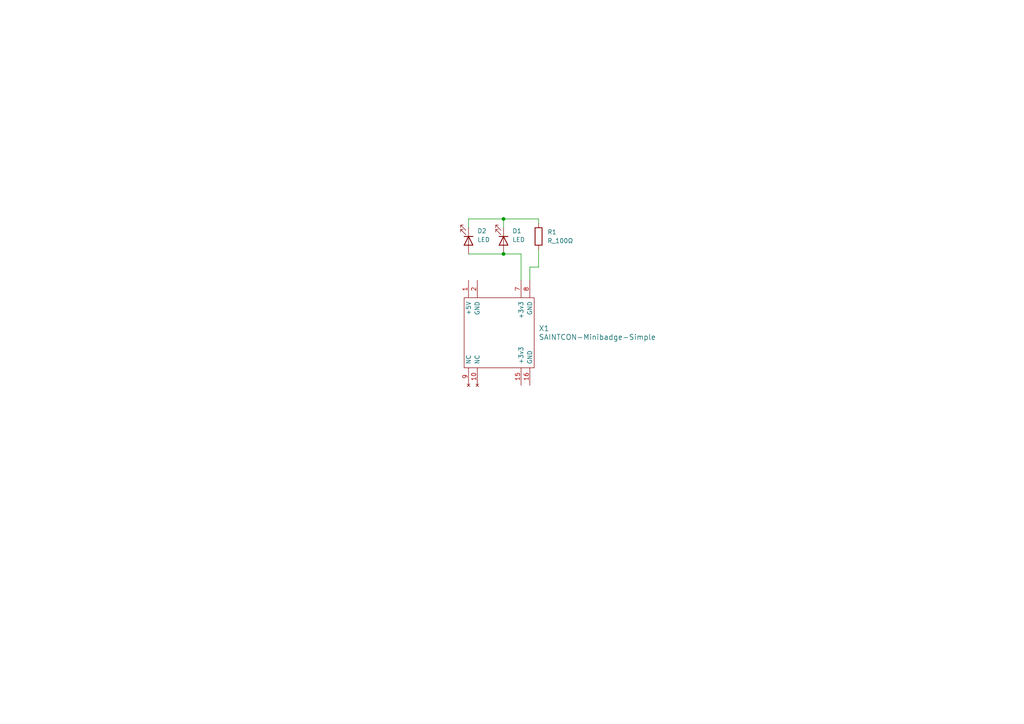
<source format=kicad_sch>
(kicad_sch
	(version 20231120)
	(generator "eeschema")
	(generator_version "8.0")
	(uuid "1e97f6ac-24fe-4635-889a-d89a0466b0ca")
	(paper "A4")
	(lib_symbols
		(symbol "Device:LED"
			(pin_numbers hide)
			(pin_names
				(offset 1.016) hide)
			(exclude_from_sim no)
			(in_bom yes)
			(on_board yes)
			(property "Reference" "D"
				(at 0 2.54 0)
				(effects
					(font
						(size 1.27 1.27)
					)
				)
			)
			(property "Value" "LED"
				(at 0 -2.54 0)
				(effects
					(font
						(size 1.27 1.27)
					)
				)
			)
			(property "Footprint" ""
				(at 0 0 0)
				(effects
					(font
						(size 1.27 1.27)
					)
					(hide yes)
				)
			)
			(property "Datasheet" "~"
				(at 0 0 0)
				(effects
					(font
						(size 1.27 1.27)
					)
					(hide yes)
				)
			)
			(property "Description" "Light emitting diode"
				(at 0 0 0)
				(effects
					(font
						(size 1.27 1.27)
					)
					(hide yes)
				)
			)
			(property "ki_keywords" "LED diode"
				(at 0 0 0)
				(effects
					(font
						(size 1.27 1.27)
					)
					(hide yes)
				)
			)
			(property "ki_fp_filters" "LED* LED_SMD:* LED_THT:*"
				(at 0 0 0)
				(effects
					(font
						(size 1.27 1.27)
					)
					(hide yes)
				)
			)
			(symbol "LED_0_1"
				(polyline
					(pts
						(xy -1.27 -1.27) (xy -1.27 1.27)
					)
					(stroke
						(width 0.254)
						(type default)
					)
					(fill
						(type none)
					)
				)
				(polyline
					(pts
						(xy -1.27 0) (xy 1.27 0)
					)
					(stroke
						(width 0)
						(type default)
					)
					(fill
						(type none)
					)
				)
				(polyline
					(pts
						(xy 1.27 -1.27) (xy 1.27 1.27) (xy -1.27 0) (xy 1.27 -1.27)
					)
					(stroke
						(width 0.254)
						(type default)
					)
					(fill
						(type none)
					)
				)
				(polyline
					(pts
						(xy -3.048 -0.762) (xy -4.572 -2.286) (xy -3.81 -2.286) (xy -4.572 -2.286) (xy -4.572 -1.524)
					)
					(stroke
						(width 0)
						(type default)
					)
					(fill
						(type none)
					)
				)
				(polyline
					(pts
						(xy -1.778 -0.762) (xy -3.302 -2.286) (xy -2.54 -2.286) (xy -3.302 -2.286) (xy -3.302 -1.524)
					)
					(stroke
						(width 0)
						(type default)
					)
					(fill
						(type none)
					)
				)
			)
			(symbol "LED_1_1"
				(pin passive line
					(at -3.81 0 0)
					(length 2.54)
					(name "K"
						(effects
							(font
								(size 1.27 1.27)
							)
						)
					)
					(number "1"
						(effects
							(font
								(size 1.27 1.27)
							)
						)
					)
				)
				(pin passive line
					(at 3.81 0 180)
					(length 2.54)
					(name "A"
						(effects
							(font
								(size 1.27 1.27)
							)
						)
					)
					(number "2"
						(effects
							(font
								(size 1.27 1.27)
							)
						)
					)
				)
			)
		)
		(symbol "Device:R"
			(pin_numbers hide)
			(pin_names
				(offset 0)
			)
			(exclude_from_sim no)
			(in_bom yes)
			(on_board yes)
			(property "Reference" "R"
				(at 2.032 0 90)
				(effects
					(font
						(size 1.27 1.27)
					)
				)
			)
			(property "Value" "R"
				(at 0 0 90)
				(effects
					(font
						(size 1.27 1.27)
					)
				)
			)
			(property "Footprint" ""
				(at -1.778 0 90)
				(effects
					(font
						(size 1.27 1.27)
					)
					(hide yes)
				)
			)
			(property "Datasheet" "~"
				(at 0 0 0)
				(effects
					(font
						(size 1.27 1.27)
					)
					(hide yes)
				)
			)
			(property "Description" "Resistor"
				(at 0 0 0)
				(effects
					(font
						(size 1.27 1.27)
					)
					(hide yes)
				)
			)
			(property "ki_keywords" "R res resistor"
				(at 0 0 0)
				(effects
					(font
						(size 1.27 1.27)
					)
					(hide yes)
				)
			)
			(property "ki_fp_filters" "R_*"
				(at 0 0 0)
				(effects
					(font
						(size 1.27 1.27)
					)
					(hide yes)
				)
			)
			(symbol "R_0_1"
				(rectangle
					(start -1.016 -2.54)
					(end 1.016 2.54)
					(stroke
						(width 0.254)
						(type default)
					)
					(fill
						(type none)
					)
				)
			)
			(symbol "R_1_1"
				(pin passive line
					(at 0 3.81 270)
					(length 1.27)
					(name "~"
						(effects
							(font
								(size 1.27 1.27)
							)
						)
					)
					(number "1"
						(effects
							(font
								(size 1.27 1.27)
							)
						)
					)
				)
				(pin passive line
					(at 0 -3.81 90)
					(length 1.27)
					(name "~"
						(effects
							(font
								(size 1.27 1.27)
							)
						)
					)
					(number "2"
						(effects
							(font
								(size 1.27 1.27)
							)
						)
					)
				)
			)
		)
		(symbol "saintcon-minibadge:SAINTCON-Minibadge-Simple"
			(pin_names
				(offset 1.016)
			)
			(exclude_from_sim no)
			(in_bom yes)
			(on_board yes)
			(property "Reference" "X"
				(at 11.43 8.89 0)
				(effects
					(font
						(size 1.524 1.524)
					)
					(justify left)
				)
			)
			(property "Value" "SAINTCON-Minibadge-Simple"
				(at 11.43 6.35 0)
				(effects
					(font
						(size 1.524 1.524)
					)
					(justify left)
				)
			)
			(property "Footprint" ""
				(at 0 1.27 0)
				(effects
					(font
						(size 1.524 1.524)
					)
					(hide yes)
				)
			)
			(property "Datasheet" ""
				(at 0 1.27 0)
				(effects
					(font
						(size 1.524 1.524)
					)
					(hide yes)
				)
			)
			(property "Description" ""
				(at 0 0 0)
				(effects
					(font
						(size 1.27 1.27)
					)
					(hide yes)
				)
			)
			(symbol "SAINTCON-Minibadge-Simple_0_1"
				(rectangle
					(start -10.16 10.16)
					(end 10.16 -10.16)
					(stroke
						(width 0)
						(type solid)
					)
					(fill
						(type none)
					)
				)
			)
			(symbol "SAINTCON-Minibadge-Simple_1_1"
				(pin power_in line
					(at -8.89 15.24 270)
					(length 5.08)
					(name "+5V"
						(effects
							(font
								(size 1.27 1.27)
							)
						)
					)
					(number "1"
						(effects
							(font
								(size 1.27 1.27)
							)
						)
					)
				)
				(pin no_connect line
					(at -6.35 -15.24 90)
					(length 5.08)
					(name "NC"
						(effects
							(font
								(size 1.27 1.27)
							)
						)
					)
					(number "10"
						(effects
							(font
								(size 1.27 1.27)
							)
						)
					)
				)
				(pin power_in line
					(at 6.35 -15.24 90)
					(length 5.08)
					(name "+3v3"
						(effects
							(font
								(size 1.27 1.27)
							)
						)
					)
					(number "15"
						(effects
							(font
								(size 1.27 1.27)
							)
						)
					)
				)
				(pin power_in line
					(at 8.89 -15.24 90)
					(length 5.08)
					(name "GND"
						(effects
							(font
								(size 1.27 1.27)
							)
						)
					)
					(number "16"
						(effects
							(font
								(size 1.27 1.27)
							)
						)
					)
				)
				(pin power_in line
					(at -6.35 15.24 270)
					(length 5.08)
					(name "GND"
						(effects
							(font
								(size 1.27 1.27)
							)
						)
					)
					(number "2"
						(effects
							(font
								(size 1.27 1.27)
							)
						)
					)
				)
				(pin power_in line
					(at 6.35 15.24 270)
					(length 5.08)
					(name "+3v3"
						(effects
							(font
								(size 1.27 1.27)
							)
						)
					)
					(number "7"
						(effects
							(font
								(size 1.27 1.27)
							)
						)
					)
				)
				(pin power_in line
					(at 8.89 15.24 270)
					(length 5.08)
					(name "GND"
						(effects
							(font
								(size 1.27 1.27)
							)
						)
					)
					(number "8"
						(effects
							(font
								(size 1.27 1.27)
							)
						)
					)
				)
				(pin no_connect line
					(at -8.89 -15.24 90)
					(length 5.08)
					(name "NC"
						(effects
							(font
								(size 1.27 1.27)
							)
						)
					)
					(number "9"
						(effects
							(font
								(size 1.27 1.27)
							)
						)
					)
				)
			)
		)
	)
	(junction
		(at 146.05 73.66)
		(diameter 0)
		(color 0 0 0 0)
		(uuid "9748ac78-f3b8-485f-9a70-ca1a7eba7564")
	)
	(junction
		(at 146.05 63.5)
		(diameter 0)
		(color 0 0 0 0)
		(uuid "c9b9a6ca-caec-4d1b-acef-268b25a69e2e")
	)
	(wire
		(pts
			(xy 151.13 81.28) (xy 151.13 73.66)
		)
		(stroke
			(width 0)
			(type default)
		)
		(uuid "080b1f8e-501b-4e19-8a66-08a644aaa192")
	)
	(wire
		(pts
			(xy 146.05 63.5) (xy 156.21 63.5)
		)
		(stroke
			(width 0)
			(type default)
		)
		(uuid "28fb0103-518b-417e-8f66-532c106433dd")
	)
	(wire
		(pts
			(xy 135.89 66.04) (xy 135.89 63.5)
		)
		(stroke
			(width 0)
			(type default)
		)
		(uuid "2f75b87d-457d-46be-9760-056905175060")
	)
	(wire
		(pts
			(xy 156.21 72.39) (xy 156.21 77.47)
		)
		(stroke
			(width 0)
			(type default)
		)
		(uuid "43e24bb7-a0f9-4903-bba4-9542af11a0e6")
	)
	(wire
		(pts
			(xy 135.89 73.66) (xy 146.05 73.66)
		)
		(stroke
			(width 0)
			(type default)
		)
		(uuid "62d49416-267b-4fb2-9ac9-cb8f481414c7")
	)
	(wire
		(pts
			(xy 156.21 63.5) (xy 156.21 64.77)
		)
		(stroke
			(width 0)
			(type default)
		)
		(uuid "71b05057-c1f3-45fb-b5c5-74d1040686ea")
	)
	(wire
		(pts
			(xy 146.05 73.66) (xy 151.13 73.66)
		)
		(stroke
			(width 0)
			(type default)
		)
		(uuid "94cc2e42-980a-4427-aa90-a47afe7c23b7")
	)
	(wire
		(pts
			(xy 153.67 77.47) (xy 153.67 81.28)
		)
		(stroke
			(width 0)
			(type default)
		)
		(uuid "afe70acf-594e-475c-bf88-95fb9dec4fd1")
	)
	(wire
		(pts
			(xy 146.05 63.5) (xy 146.05 66.04)
		)
		(stroke
			(width 0)
			(type default)
		)
		(uuid "d27ae9e1-8482-4787-b7da-286c419635db")
	)
	(wire
		(pts
			(xy 156.21 77.47) (xy 153.67 77.47)
		)
		(stroke
			(width 0)
			(type default)
		)
		(uuid "dedb3c55-4a06-416f-83eb-a8d44a5c19bf")
	)
	(wire
		(pts
			(xy 135.89 63.5) (xy 146.05 63.5)
		)
		(stroke
			(width 0)
			(type default)
		)
		(uuid "eab28c71-6afe-4460-9b83-55585627217f")
	)
	(symbol
		(lib_id "Device:LED")
		(at 146.05 69.85 270)
		(unit 1)
		(exclude_from_sim no)
		(in_bom yes)
		(on_board yes)
		(dnp no)
		(fields_autoplaced yes)
		(uuid "59d41298-3e8f-4055-8fa2-10d0ce7dffbd")
		(property "Reference" "D1"
			(at 148.59 66.9925 90)
			(effects
				(font
					(size 1.27 1.27)
				)
				(justify left)
			)
		)
		(property "Value" "LED"
			(at 148.59 69.5325 90)
			(effects
				(font
					(size 1.27 1.27)
				)
				(justify left)
			)
		)
		(property "Footprint" "LED_SMD:LED_1206_3216Metric_Pad1.42x1.75mm_HandSolder"
			(at 146.05 69.85 0)
			(effects
				(font
					(size 1.27 1.27)
				)
				(hide yes)
			)
		)
		(property "Datasheet" "~"
			(at 146.05 69.85 0)
			(effects
				(font
					(size 1.27 1.27)
				)
				(hide yes)
			)
		)
		(property "Description" ""
			(at 146.05 69.85 0)
			(effects
				(font
					(size 1.27 1.27)
				)
				(hide yes)
			)
		)
		(pin "2"
			(uuid "a512c71c-795e-44d7-bedb-bae8dac29af2")
		)
		(pin "1"
			(uuid "8a266663-8206-4173-8a54-57c44524f28f")
		)
		(instances
			(project "pips_first_minibadge"
				(path "/1e97f6ac-24fe-4635-889a-d89a0466b0ca"
					(reference "D1")
					(unit 1)
				)
			)
		)
	)
	(symbol
		(lib_id "saintcon-minibadge:SAINTCON-Minibadge-Simple")
		(at 144.78 96.52 0)
		(unit 1)
		(exclude_from_sim no)
		(in_bom yes)
		(on_board yes)
		(dnp no)
		(fields_autoplaced yes)
		(uuid "7a838f78-7fa3-4d7f-9970-89af40a2dee4")
		(property "Reference" "X1"
			(at 156.21 95.25 0)
			(effects
				(font
					(size 1.524 1.524)
				)
				(justify left)
			)
		)
		(property "Value" "SAINTCON-Minibadge-Simple"
			(at 156.21 97.79 0)
			(effects
				(font
					(size 1.524 1.524)
				)
				(justify left)
			)
		)
		(property "Footprint" "minibadge_kicad:SAINTCON-Minibadge-Simple"
			(at 144.78 95.25 0)
			(effects
				(font
					(size 1.524 1.524)
				)
				(hide yes)
			)
		)
		(property "Datasheet" ""
			(at 144.78 95.25 0)
			(effects
				(font
					(size 1.524 1.524)
				)
				(hide yes)
			)
		)
		(property "Description" ""
			(at 144.78 96.52 0)
			(effects
				(font
					(size 1.27 1.27)
				)
				(hide yes)
			)
		)
		(pin "15"
			(uuid "91402f9d-445e-4522-9a31-aa5a6b6f36e7")
		)
		(pin "2"
			(uuid "b2895238-870e-45c9-9a99-ff32b2231843")
		)
		(pin "1"
			(uuid "df98a06c-028b-4562-b77e-b3dca3ec1a9f")
		)
		(pin "10"
			(uuid "2bd3b091-3563-477b-9a0a-6e2a4580687c")
		)
		(pin "8"
			(uuid "a533011d-f0b0-4fe3-a0af-19edd55babc3")
		)
		(pin "9"
			(uuid "4f6b95cb-8bb3-4365-96e8-81aeaa000492")
		)
		(pin "16"
			(uuid "34f8720f-6be2-4da3-9a38-e6491a1a5905")
		)
		(pin "7"
			(uuid "545e8160-0bf6-4d33-9de2-e7edb3268e5d")
		)
		(instances
			(project "pips_first_minibadge"
				(path "/1e97f6ac-24fe-4635-889a-d89a0466b0ca"
					(reference "X1")
					(unit 1)
				)
			)
		)
	)
	(symbol
		(lib_id "Device:R")
		(at 156.21 68.58 180)
		(unit 1)
		(exclude_from_sim no)
		(in_bom yes)
		(on_board yes)
		(dnp no)
		(fields_autoplaced yes)
		(uuid "92ff3020-58fa-429b-b591-82683a8051bb")
		(property "Reference" "R1"
			(at 158.75 67.31 0)
			(effects
				(font
					(size 1.27 1.27)
				)
				(justify right)
			)
		)
		(property "Value" "R_100Ω"
			(at 158.75 69.85 0)
			(effects
				(font
					(size 1.27 1.27)
				)
				(justify right)
			)
		)
		(property "Footprint" "Resistor_SMD:R_1206_3216Metric_Pad1.30x1.75mm_HandSolder"
			(at 157.988 68.58 90)
			(effects
				(font
					(size 1.27 1.27)
				)
				(hide yes)
			)
		)
		(property "Datasheet" "~"
			(at 156.21 68.58 0)
			(effects
				(font
					(size 1.27 1.27)
				)
				(hide yes)
			)
		)
		(property "Description" ""
			(at 156.21 68.58 0)
			(effects
				(font
					(size 1.27 1.27)
				)
				(hide yes)
			)
		)
		(pin "2"
			(uuid "9d8669ff-ab8f-4f3a-a456-b5931635fb71")
		)
		(pin "1"
			(uuid "82772d41-8d44-4198-bb7d-d362f6004dda")
		)
		(instances
			(project "pips_first_minibadge"
				(path "/1e97f6ac-24fe-4635-889a-d89a0466b0ca"
					(reference "R1")
					(unit 1)
				)
			)
		)
	)
	(symbol
		(lib_id "Device:LED")
		(at 135.89 69.85 270)
		(unit 1)
		(exclude_from_sim no)
		(in_bom yes)
		(on_board yes)
		(dnp no)
		(fields_autoplaced yes)
		(uuid "cc59ae99-4ce1-48ad-9ac9-d6e815ad24c4")
		(property "Reference" "D2"
			(at 138.43 66.9925 90)
			(effects
				(font
					(size 1.27 1.27)
				)
				(justify left)
			)
		)
		(property "Value" "LED"
			(at 138.43 69.5325 90)
			(effects
				(font
					(size 1.27 1.27)
				)
				(justify left)
			)
		)
		(property "Footprint" "LED_SMD:LED_1206_3216Metric_Pad1.42x1.75mm_HandSolder"
			(at 135.89 69.85 0)
			(effects
				(font
					(size 1.27 1.27)
				)
				(hide yes)
			)
		)
		(property "Datasheet" "~"
			(at 135.89 69.85 0)
			(effects
				(font
					(size 1.27 1.27)
				)
				(hide yes)
			)
		)
		(property "Description" ""
			(at 135.89 69.85 0)
			(effects
				(font
					(size 1.27 1.27)
				)
				(hide yes)
			)
		)
		(pin "2"
			(uuid "6c10c29d-3584-4f78-a38d-dd33c9d16fb0")
		)
		(pin "1"
			(uuid "0c96f1c4-4f6c-4226-9313-6694ea24b016")
		)
		(instances
			(project "Hang in there Cat"
				(path "/1e97f6ac-24fe-4635-889a-d89a0466b0ca"
					(reference "D2")
					(unit 1)
				)
			)
		)
	)
	(sheet_instances
		(path "/"
			(page "1")
		)
	)
)

</source>
